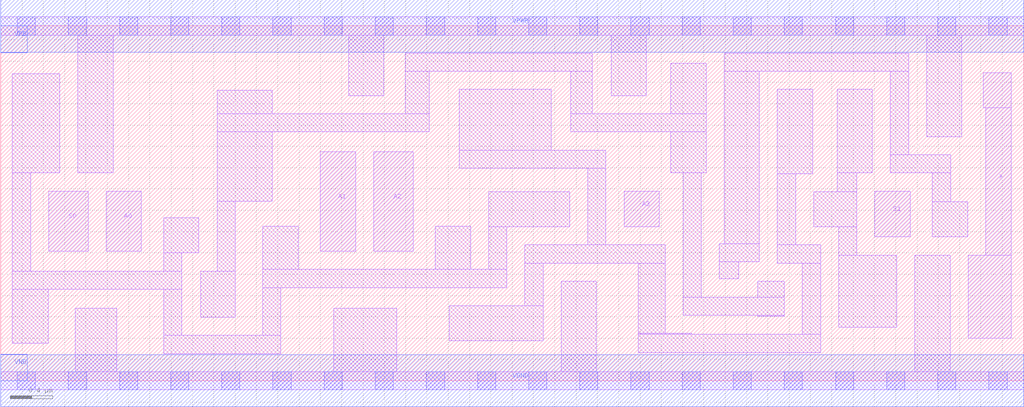
<source format=lef>
# Copyright 2020 The SkyWater PDK Authors
#
# Licensed under the Apache License, Version 2.0 (the "License");
# you may not use this file except in compliance with the License.
# You may obtain a copy of the License at
#
#     https://www.apache.org/licenses/LICENSE-2.0
#
# Unless required by applicable law or agreed to in writing, software
# distributed under the License is distributed on an "AS IS" BASIS,
# WITHOUT WARRANTIES OR CONDITIONS OF ANY KIND, either express or implied.
# See the License for the specific language governing permissions and
# limitations under the License.
#
# SPDX-License-Identifier: Apache-2.0

VERSION 5.5 ;
NAMESCASESENSITIVE ON ;
BUSBITCHARS "[]" ;
DIVIDERCHAR "/" ;
MACRO sky130_fd_sc_ms__mux4_1
  CLASS CORE ;
  SOURCE USER ;
  ORIGIN  0.000000  0.000000 ;
  SIZE  9.600000 BY  3.330000 ;
  SYMMETRY X Y ;
  SITE unit ;
  PIN A0
    ANTENNAGATEAREA  0.246000 ;
    DIRECTION INPUT ;
    USE SIGNAL ;
    PORT
      LAYER li1 ;
        RECT 0.990000 1.215000 1.320000 1.780000 ;
    END
  END A0
  PIN A1
    ANTENNAGATEAREA  0.246000 ;
    DIRECTION INPUT ;
    USE SIGNAL ;
    PORT
      LAYER li1 ;
        RECT 3.000000 1.215000 3.330000 2.150000 ;
    END
  END A1
  PIN A2
    ANTENNAGATEAREA  0.246000 ;
    DIRECTION INPUT ;
    USE SIGNAL ;
    PORT
      LAYER li1 ;
        RECT 3.500000 1.215000 3.870000 2.150000 ;
    END
  END A2
  PIN A3
    ANTENNAGATEAREA  0.246000 ;
    DIRECTION INPUT ;
    USE SIGNAL ;
    PORT
      LAYER li1 ;
        RECT 5.850000 1.445000 6.180000 1.780000 ;
    END
  END A3
  PIN S0
    ANTENNAGATEAREA  0.738000 ;
    DIRECTION INPUT ;
    USE SIGNAL ;
    PORT
      LAYER li1 ;
        RECT 0.450000 1.215000 0.820000 1.780000 ;
    END
  END S0
  PIN S1
    ANTENNAGATEAREA  0.492000 ;
    DIRECTION INPUT ;
    USE SIGNAL ;
    PORT
      LAYER li1 ;
        RECT 8.205000 1.350000 8.535000 1.780000 ;
    END
  END S1
  PIN X
    ANTENNADIFFAREA  0.558100 ;
    DIRECTION OUTPUT ;
    USE SIGNAL ;
    PORT
      LAYER li1 ;
        RECT 9.080000 0.400000 9.485000 1.180000 ;
        RECT 9.220000 2.560000 9.485000 2.890000 ;
        RECT 9.245000 1.180000 9.485000 2.560000 ;
    END
  END X
  PIN VGND
    DIRECTION INOUT ;
    USE GROUND ;
    PORT
      LAYER met1 ;
        RECT 0.000000 -0.245000 9.600000 0.245000 ;
    END
  END VGND
  PIN VNB
    DIRECTION INOUT ;
    USE GROUND ;
    PORT
      LAYER met1 ;
        RECT 0.000000 0.000000 0.250000 0.250000 ;
    END
  END VNB
  PIN VPB
    DIRECTION INOUT ;
    USE POWER ;
    PORT
      LAYER met1 ;
        RECT 0.000000 3.080000 0.250000 3.330000 ;
    END
  END VPB
  PIN VPWR
    DIRECTION INOUT ;
    USE POWER ;
    PORT
      LAYER met1 ;
        RECT 0.000000 3.085000 9.600000 3.575000 ;
    END
  END VPWR
  OBS
    LAYER li1 ;
      RECT 0.000000 -0.085000 9.600000 0.085000 ;
      RECT 0.000000  3.245000 9.600000 3.415000 ;
      RECT 0.110000  0.350000 0.445000 0.860000 ;
      RECT 0.110000  0.860000 1.700000 1.030000 ;
      RECT 0.110000  1.030000 0.280000 1.950000 ;
      RECT 0.110000  1.950000 0.555000 2.880000 ;
      RECT 0.700000  0.085000 1.090000 0.680000 ;
      RECT 0.725000  1.950000 1.055000 3.245000 ;
      RECT 1.530000  0.255000 2.630000 0.425000 ;
      RECT 1.530000  0.425000 1.700000 0.860000 ;
      RECT 1.530000  1.030000 1.700000 1.200000 ;
      RECT 1.530000  1.200000 1.860000 1.530000 ;
      RECT 1.875000  0.595000 2.200000 1.030000 ;
      RECT 2.030000  1.030000 2.200000 1.685000 ;
      RECT 2.030000  1.685000 2.550000 2.335000 ;
      RECT 2.030000  2.335000 4.020000 2.505000 ;
      RECT 2.030000  2.505000 2.550000 2.725000 ;
      RECT 2.460000  0.425000 2.630000 0.875000 ;
      RECT 2.460000  0.875000 4.750000 1.045000 ;
      RECT 2.460000  1.045000 2.790000 1.450000 ;
      RECT 3.125000  0.085000 3.715000 0.680000 ;
      RECT 3.265000  2.675000 3.595000 3.245000 ;
      RECT 3.795000  2.505000 4.020000 2.905000 ;
      RECT 3.795000  2.905000 5.550000 3.075000 ;
      RECT 4.080000  1.045000 4.410000 1.450000 ;
      RECT 4.210000  0.375000 5.090000 0.705000 ;
      RECT 4.305000  1.995000 5.680000 2.165000 ;
      RECT 4.305000  2.165000 5.165000 2.735000 ;
      RECT 4.580000  1.045000 4.750000 1.445000 ;
      RECT 4.580000  1.445000 5.340000 1.775000 ;
      RECT 4.920000  0.705000 5.090000 1.105000 ;
      RECT 4.920000  1.105000 6.235000 1.275000 ;
      RECT 5.260000  0.085000 5.590000 0.935000 ;
      RECT 5.350000  2.335000 6.620000 2.505000 ;
      RECT 5.350000  2.505000 5.550000 2.905000 ;
      RECT 5.510000  1.275000 5.680000 1.995000 ;
      RECT 5.730000  2.675000 6.060000 3.245000 ;
      RECT 5.985000  0.265000 7.695000 0.435000 ;
      RECT 5.985000  0.435000 6.485000 0.445000 ;
      RECT 5.985000  0.445000 6.235000 1.105000 ;
      RECT 6.290000  1.950000 6.620000 2.335000 ;
      RECT 6.290000  2.505000 6.620000 2.980000 ;
      RECT 6.405000  0.615000 7.355000 0.785000 ;
      RECT 6.405000  0.785000 6.575000 1.950000 ;
      RECT 6.745000  0.955000 6.925000 1.115000 ;
      RECT 6.745000  1.115000 7.120000 1.285000 ;
      RECT 6.790000  1.285000 7.120000 2.905000 ;
      RECT 6.790000  2.905000 8.520000 3.075000 ;
      RECT 7.105000  0.605000 7.355000 0.615000 ;
      RECT 7.105000  0.785000 7.355000 0.935000 ;
      RECT 7.290000  1.105000 7.695000 1.275000 ;
      RECT 7.290000  1.275000 7.460000 1.945000 ;
      RECT 7.290000  1.945000 7.620000 2.735000 ;
      RECT 7.525000  0.435000 7.695000 1.105000 ;
      RECT 7.630000  1.445000 8.035000 1.775000 ;
      RECT 7.850000  1.775000 8.035000 1.950000 ;
      RECT 7.850000  1.950000 8.180000 2.735000 ;
      RECT 7.865000  0.500000 8.410000 1.180000 ;
      RECT 7.865000  1.180000 8.035000 1.445000 ;
      RECT 8.350000  1.950000 8.915000 2.120000 ;
      RECT 8.350000  2.120000 8.520000 2.905000 ;
      RECT 8.580000  0.085000 8.910000 1.180000 ;
      RECT 8.690000  2.290000 9.020000 3.245000 ;
      RECT 8.745000  1.350000 9.075000 1.680000 ;
      RECT 8.745000  1.680000 8.915000 1.950000 ;
    LAYER mcon ;
      RECT 0.155000 -0.085000 0.325000 0.085000 ;
      RECT 0.155000  3.245000 0.325000 3.415000 ;
      RECT 0.635000 -0.085000 0.805000 0.085000 ;
      RECT 0.635000  3.245000 0.805000 3.415000 ;
      RECT 1.115000 -0.085000 1.285000 0.085000 ;
      RECT 1.115000  3.245000 1.285000 3.415000 ;
      RECT 1.595000 -0.085000 1.765000 0.085000 ;
      RECT 1.595000  3.245000 1.765000 3.415000 ;
      RECT 2.075000 -0.085000 2.245000 0.085000 ;
      RECT 2.075000  3.245000 2.245000 3.415000 ;
      RECT 2.555000 -0.085000 2.725000 0.085000 ;
      RECT 2.555000  3.245000 2.725000 3.415000 ;
      RECT 3.035000 -0.085000 3.205000 0.085000 ;
      RECT 3.035000  3.245000 3.205000 3.415000 ;
      RECT 3.515000 -0.085000 3.685000 0.085000 ;
      RECT 3.515000  3.245000 3.685000 3.415000 ;
      RECT 3.995000 -0.085000 4.165000 0.085000 ;
      RECT 3.995000  3.245000 4.165000 3.415000 ;
      RECT 4.475000 -0.085000 4.645000 0.085000 ;
      RECT 4.475000  3.245000 4.645000 3.415000 ;
      RECT 4.955000 -0.085000 5.125000 0.085000 ;
      RECT 4.955000  3.245000 5.125000 3.415000 ;
      RECT 5.435000 -0.085000 5.605000 0.085000 ;
      RECT 5.435000  3.245000 5.605000 3.415000 ;
      RECT 5.915000 -0.085000 6.085000 0.085000 ;
      RECT 5.915000  3.245000 6.085000 3.415000 ;
      RECT 6.395000 -0.085000 6.565000 0.085000 ;
      RECT 6.395000  3.245000 6.565000 3.415000 ;
      RECT 6.875000 -0.085000 7.045000 0.085000 ;
      RECT 6.875000  3.245000 7.045000 3.415000 ;
      RECT 7.355000 -0.085000 7.525000 0.085000 ;
      RECT 7.355000  3.245000 7.525000 3.415000 ;
      RECT 7.835000 -0.085000 8.005000 0.085000 ;
      RECT 7.835000  3.245000 8.005000 3.415000 ;
      RECT 8.315000 -0.085000 8.485000 0.085000 ;
      RECT 8.315000  3.245000 8.485000 3.415000 ;
      RECT 8.795000 -0.085000 8.965000 0.085000 ;
      RECT 8.795000  3.245000 8.965000 3.415000 ;
      RECT 9.275000 -0.085000 9.445000 0.085000 ;
      RECT 9.275000  3.245000 9.445000 3.415000 ;
  END
END sky130_fd_sc_ms__mux4_1

</source>
